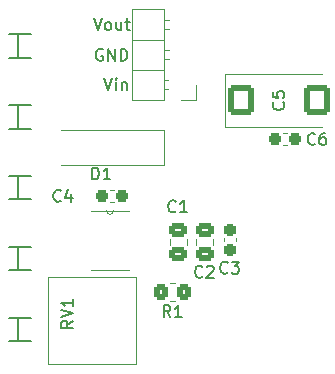
<source format=gto>
G04 #@! TF.GenerationSoftware,KiCad,Pcbnew,(6.0.1)*
G04 #@! TF.CreationDate,2022-06-09T14:01:23-07:00*
G04 #@! TF.ProjectId,Regulator_5V_rev1_2,52656775-6c61-4746-9f72-5f35565f7265,1.2*
G04 #@! TF.SameCoordinates,Original*
G04 #@! TF.FileFunction,Legend,Top*
G04 #@! TF.FilePolarity,Positive*
%FSLAX46Y46*%
G04 Gerber Fmt 4.6, Leading zero omitted, Abs format (unit mm)*
G04 Created by KiCad (PCBNEW (6.0.1)) date 2022-06-09 14:01:23*
%MOMM*%
%LPD*%
G01*
G04 APERTURE LIST*
G04 Aperture macros list*
%AMRoundRect*
0 Rectangle with rounded corners*
0 $1 Rounding radius*
0 $2 $3 $4 $5 $6 $7 $8 $9 X,Y pos of 4 corners*
0 Add a 4 corners polygon primitive as box body*
4,1,4,$2,$3,$4,$5,$6,$7,$8,$9,$2,$3,0*
0 Add four circle primitives for the rounded corners*
1,1,$1+$1,$2,$3*
1,1,$1+$1,$4,$5*
1,1,$1+$1,$6,$7*
1,1,$1+$1,$8,$9*
0 Add four rect primitives between the rounded corners*
20,1,$1+$1,$2,$3,$4,$5,0*
20,1,$1+$1,$4,$5,$6,$7,0*
20,1,$1+$1,$6,$7,$8,$9,0*
20,1,$1+$1,$8,$9,$2,$3,0*%
G04 Aperture macros list end*
%ADD10C,0.150000*%
%ADD11C,0.120000*%
%ADD12RoundRect,0.250000X-0.875000X-1.025000X0.875000X-1.025000X0.875000X1.025000X-0.875000X1.025000X0*%
%ADD13RoundRect,0.237500X-0.300000X-0.237500X0.300000X-0.237500X0.300000X0.237500X-0.300000X0.237500X0*%
%ADD14R,1.778000X0.533400*%
%ADD15R,2.400000X3.099999*%
%ADD16RoundRect,0.250000X-0.475000X0.337500X-0.475000X-0.337500X0.475000X-0.337500X0.475000X0.337500X0*%
%ADD17RoundRect,0.250000X0.350000X0.450000X-0.350000X0.450000X-0.350000X-0.450000X0.350000X-0.450000X0*%
%ADD18R,3.500000X2.700000*%
%ADD19C,1.498600*%
%ADD20RoundRect,0.237500X-0.237500X0.300000X-0.237500X-0.300000X0.237500X-0.300000X0.237500X0.300000X0*%
%ADD21R,1.700000X1.700000*%
%ADD22O,1.700000X1.700000*%
G04 APERTURE END LIST*
D10*
X128000000Y-98900000D02*
X129900000Y-98900000D01*
X128000000Y-74900000D02*
X129900000Y-74900000D01*
X128000000Y-92900000D02*
X129900000Y-92900000D01*
X129900000Y-82900000D02*
X128000000Y-82900000D01*
X129900000Y-94900000D02*
X128000000Y-94900000D01*
X129900000Y-88900000D02*
X128000000Y-88900000D01*
X129900000Y-76900000D02*
X128000000Y-76900000D01*
X128800000Y-98900000D02*
X128800000Y-100900000D01*
X129900000Y-100900000D02*
X128000000Y-100900000D01*
X128000000Y-80900000D02*
X129900000Y-80900000D01*
X128800000Y-86900000D02*
X128800000Y-88900000D01*
X128800000Y-74900000D02*
X128800000Y-76900000D01*
X128800000Y-92900000D02*
X128800000Y-94900000D01*
X128800000Y-80900000D02*
X128800000Y-82900000D01*
X128000000Y-86900000D02*
X129900000Y-86900000D01*
X135176190Y-73552380D02*
X135509523Y-74552380D01*
X135842857Y-73552380D01*
X136319047Y-74552380D02*
X136223809Y-74504761D01*
X136176190Y-74457142D01*
X136128571Y-74361904D01*
X136128571Y-74076190D01*
X136176190Y-73980952D01*
X136223809Y-73933333D01*
X136319047Y-73885714D01*
X136461904Y-73885714D01*
X136557142Y-73933333D01*
X136604761Y-73980952D01*
X136652380Y-74076190D01*
X136652380Y-74361904D01*
X136604761Y-74457142D01*
X136557142Y-74504761D01*
X136461904Y-74552380D01*
X136319047Y-74552380D01*
X137509523Y-73885714D02*
X137509523Y-74552380D01*
X137080952Y-73885714D02*
X137080952Y-74409523D01*
X137128571Y-74504761D01*
X137223809Y-74552380D01*
X137366666Y-74552380D01*
X137461904Y-74504761D01*
X137509523Y-74457142D01*
X137842857Y-73885714D02*
X138223809Y-73885714D01*
X137985714Y-73552380D02*
X137985714Y-74409523D01*
X138033333Y-74504761D01*
X138128571Y-74552380D01*
X138223809Y-74552380D01*
X136076190Y-78652380D02*
X136409523Y-79652380D01*
X136742857Y-78652380D01*
X137076190Y-79652380D02*
X137076190Y-78985714D01*
X137076190Y-78652380D02*
X137028571Y-78700000D01*
X137076190Y-78747619D01*
X137123809Y-78700000D01*
X137076190Y-78652380D01*
X137076190Y-78747619D01*
X137552380Y-78985714D02*
X137552380Y-79652380D01*
X137552380Y-79080952D02*
X137600000Y-79033333D01*
X137695238Y-78985714D01*
X137838095Y-78985714D01*
X137933333Y-79033333D01*
X137980952Y-79128571D01*
X137980952Y-79652380D01*
X135938095Y-76200000D02*
X135842857Y-76152380D01*
X135700000Y-76152380D01*
X135557142Y-76200000D01*
X135461904Y-76295238D01*
X135414285Y-76390476D01*
X135366666Y-76580952D01*
X135366666Y-76723809D01*
X135414285Y-76914285D01*
X135461904Y-77009523D01*
X135557142Y-77104761D01*
X135700000Y-77152380D01*
X135795238Y-77152380D01*
X135938095Y-77104761D01*
X135985714Y-77057142D01*
X135985714Y-76723809D01*
X135795238Y-76723809D01*
X136414285Y-77152380D02*
X136414285Y-76152380D01*
X136985714Y-77152380D01*
X136985714Y-76152380D01*
X137461904Y-77152380D02*
X137461904Y-76152380D01*
X137700000Y-76152380D01*
X137842857Y-76200000D01*
X137938095Y-76295238D01*
X137985714Y-76390476D01*
X138033333Y-76580952D01*
X138033333Y-76723809D01*
X137985714Y-76914285D01*
X137938095Y-77009523D01*
X137842857Y-77104761D01*
X137700000Y-77152380D01*
X137461904Y-77152380D01*
X151233142Y-80684666D02*
X151280761Y-80732285D01*
X151328380Y-80875142D01*
X151328380Y-80970380D01*
X151280761Y-81113238D01*
X151185523Y-81208476D01*
X151090285Y-81256095D01*
X150899809Y-81303714D01*
X150756952Y-81303714D01*
X150566476Y-81256095D01*
X150471238Y-81208476D01*
X150376000Y-81113238D01*
X150328380Y-80970380D01*
X150328380Y-80875142D01*
X150376000Y-80732285D01*
X150423619Y-80684666D01*
X150328380Y-79779904D02*
X150328380Y-80256095D01*
X150804571Y-80303714D01*
X150756952Y-80256095D01*
X150709333Y-80160857D01*
X150709333Y-79922761D01*
X150756952Y-79827523D01*
X150804571Y-79779904D01*
X150899809Y-79732285D01*
X151137904Y-79732285D01*
X151233142Y-79779904D01*
X151280761Y-79827523D01*
X151328380Y-79922761D01*
X151328380Y-80160857D01*
X151280761Y-80256095D01*
X151233142Y-80303714D01*
X153910833Y-84177142D02*
X153863214Y-84224761D01*
X153720357Y-84272380D01*
X153625119Y-84272380D01*
X153482261Y-84224761D01*
X153387023Y-84129523D01*
X153339404Y-84034285D01*
X153291785Y-83843809D01*
X153291785Y-83700952D01*
X153339404Y-83510476D01*
X153387023Y-83415238D01*
X153482261Y-83320000D01*
X153625119Y-83272380D01*
X153720357Y-83272380D01*
X153863214Y-83320000D01*
X153910833Y-83367619D01*
X154767976Y-83272380D02*
X154577500Y-83272380D01*
X154482261Y-83320000D01*
X154434642Y-83367619D01*
X154339404Y-83510476D01*
X154291785Y-83700952D01*
X154291785Y-84081904D01*
X154339404Y-84177142D01*
X154387023Y-84224761D01*
X154482261Y-84272380D01*
X154672738Y-84272380D01*
X154767976Y-84224761D01*
X154815595Y-84177142D01*
X154863214Y-84081904D01*
X154863214Y-83843809D01*
X154815595Y-83748571D01*
X154767976Y-83700952D01*
X154672738Y-83653333D01*
X154482261Y-83653333D01*
X154387023Y-83700952D01*
X154339404Y-83748571D01*
X154291785Y-83843809D01*
X144373333Y-95421142D02*
X144325714Y-95468761D01*
X144182857Y-95516380D01*
X144087619Y-95516380D01*
X143944761Y-95468761D01*
X143849523Y-95373523D01*
X143801904Y-95278285D01*
X143754285Y-95087809D01*
X143754285Y-94944952D01*
X143801904Y-94754476D01*
X143849523Y-94659238D01*
X143944761Y-94564000D01*
X144087619Y-94516380D01*
X144182857Y-94516380D01*
X144325714Y-94564000D01*
X144373333Y-94611619D01*
X144754285Y-94611619D02*
X144801904Y-94564000D01*
X144897142Y-94516380D01*
X145135238Y-94516380D01*
X145230476Y-94564000D01*
X145278095Y-94611619D01*
X145325714Y-94706857D01*
X145325714Y-94802095D01*
X145278095Y-94944952D01*
X144706666Y-95516380D01*
X145325714Y-95516380D01*
X141683333Y-98852380D02*
X141350000Y-98376190D01*
X141111904Y-98852380D02*
X141111904Y-97852380D01*
X141492857Y-97852380D01*
X141588095Y-97900000D01*
X141635714Y-97947619D01*
X141683333Y-98042857D01*
X141683333Y-98185714D01*
X141635714Y-98280952D01*
X141588095Y-98328571D01*
X141492857Y-98376190D01*
X141111904Y-98376190D01*
X142635714Y-98852380D02*
X142064285Y-98852380D01*
X142350000Y-98852380D02*
X142350000Y-97852380D01*
X142254761Y-97995238D01*
X142159523Y-98090476D01*
X142064285Y-98138095D01*
X132391333Y-88997142D02*
X132343714Y-89044761D01*
X132200857Y-89092380D01*
X132105619Y-89092380D01*
X131962761Y-89044761D01*
X131867523Y-88949523D01*
X131819904Y-88854285D01*
X131772285Y-88663809D01*
X131772285Y-88520952D01*
X131819904Y-88330476D01*
X131867523Y-88235238D01*
X131962761Y-88140000D01*
X132105619Y-88092380D01*
X132200857Y-88092380D01*
X132343714Y-88140000D01*
X132391333Y-88187619D01*
X133248476Y-88425714D02*
X133248476Y-89092380D01*
X133010380Y-88044761D02*
X132772285Y-88759047D01*
X133391333Y-88759047D01*
X135061904Y-87202380D02*
X135061904Y-86202380D01*
X135300000Y-86202380D01*
X135442857Y-86250000D01*
X135538095Y-86345238D01*
X135585714Y-86440476D01*
X135633333Y-86630952D01*
X135633333Y-86773809D01*
X135585714Y-86964285D01*
X135538095Y-87059523D01*
X135442857Y-87154761D01*
X135300000Y-87202380D01*
X135061904Y-87202380D01*
X136585714Y-87202380D02*
X136014285Y-87202380D01*
X136300000Y-87202380D02*
X136300000Y-86202380D01*
X136204761Y-86345238D01*
X136109523Y-86440476D01*
X136014285Y-86488095D01*
X133426880Y-99176238D02*
X132950690Y-99509571D01*
X133426880Y-99747666D02*
X132426880Y-99747666D01*
X132426880Y-99366714D01*
X132474500Y-99271476D01*
X132522119Y-99223857D01*
X132617357Y-99176238D01*
X132760214Y-99176238D01*
X132855452Y-99223857D01*
X132903071Y-99271476D01*
X132950690Y-99366714D01*
X132950690Y-99747666D01*
X132426880Y-98890523D02*
X133426880Y-98557190D01*
X132426880Y-98223857D01*
X133426880Y-97366714D02*
X133426880Y-97938142D01*
X133426880Y-97652428D02*
X132426880Y-97652428D01*
X132569738Y-97747666D01*
X132664976Y-97842904D01*
X132712595Y-97938142D01*
X146523333Y-95081142D02*
X146475714Y-95128761D01*
X146332857Y-95176380D01*
X146237619Y-95176380D01*
X146094761Y-95128761D01*
X145999523Y-95033523D01*
X145951904Y-94938285D01*
X145904285Y-94747809D01*
X145904285Y-94604952D01*
X145951904Y-94414476D01*
X145999523Y-94319238D01*
X146094761Y-94224000D01*
X146237619Y-94176380D01*
X146332857Y-94176380D01*
X146475714Y-94224000D01*
X146523333Y-94271619D01*
X146856666Y-94176380D02*
X147475714Y-94176380D01*
X147142380Y-94557333D01*
X147285238Y-94557333D01*
X147380476Y-94604952D01*
X147428095Y-94652571D01*
X147475714Y-94747809D01*
X147475714Y-94985904D01*
X147428095Y-95081142D01*
X147380476Y-95128761D01*
X147285238Y-95176380D01*
X146999523Y-95176380D01*
X146904285Y-95128761D01*
X146856666Y-95081142D01*
X142123333Y-89890642D02*
X142075714Y-89938261D01*
X141932857Y-89985880D01*
X141837619Y-89985880D01*
X141694761Y-89938261D01*
X141599523Y-89843023D01*
X141551904Y-89747785D01*
X141504285Y-89557309D01*
X141504285Y-89414452D01*
X141551904Y-89223976D01*
X141599523Y-89128738D01*
X141694761Y-89033500D01*
X141837619Y-88985880D01*
X141932857Y-88985880D01*
X142075714Y-89033500D01*
X142123333Y-89081119D01*
X143075714Y-89985880D02*
X142504285Y-89985880D01*
X142790000Y-89985880D02*
X142790000Y-88985880D01*
X142694761Y-89128738D01*
X142599523Y-89223976D01*
X142504285Y-89271595D01*
D11*
X146291000Y-78258000D02*
X146291000Y-82778000D01*
X146291000Y-82778000D02*
X154526000Y-82778000D01*
X154526000Y-78258000D02*
X146291000Y-78258000D01*
X151237733Y-84330000D02*
X151530267Y-84330000D01*
X151237733Y-83310000D02*
X151530267Y-83310000D01*
X138144603Y-89865300D02*
X134990897Y-89865300D01*
X134990897Y-94843700D02*
X138144603Y-94843700D01*
X136262950Y-89865300D02*
G75*
G03*
X136872550Y-89865300I304800J0D01*
G01*
X143855000Y-92252748D02*
X143855000Y-92775252D01*
X145325000Y-92252748D02*
X145325000Y-92775252D01*
X142077064Y-97485000D02*
X141622936Y-97485000D01*
X142077064Y-96015000D02*
X141622936Y-96015000D01*
X136573733Y-88130000D02*
X136866267Y-88130000D01*
X136573733Y-89150000D02*
X136866267Y-89150000D01*
X141100000Y-83000000D02*
X132400000Y-83000000D01*
X132400000Y-86000000D02*
X141100000Y-86000000D01*
X141100000Y-86000000D02*
X141100000Y-83000000D01*
X131349320Y-95498000D02*
X131349320Y-102864000D01*
X131349320Y-102864000D02*
X138801680Y-102864000D01*
X131349320Y-95498000D02*
X138801680Y-95498000D01*
X138801680Y-95498000D02*
X138801680Y-102864000D01*
X146180000Y-92167733D02*
X146180000Y-92460267D01*
X147200000Y-92167733D02*
X147200000Y-92460267D01*
X143835000Y-80455000D02*
X142565000Y-80455000D01*
X141125000Y-80515000D02*
X141125000Y-72775000D01*
X138465000Y-72775000D02*
X138465000Y-80515000D01*
X141522071Y-77025000D02*
X141125000Y-77025000D01*
X141522071Y-74485000D02*
X141125000Y-74485000D01*
X141455000Y-78805000D02*
X141125000Y-78805000D01*
X141125000Y-75375000D02*
X138465000Y-75375000D01*
X141125000Y-72775000D02*
X138465000Y-72775000D01*
X143835000Y-79185000D02*
X143835000Y-80455000D01*
X141522071Y-76265000D02*
X141125000Y-76265000D01*
X141522071Y-73725000D02*
X141125000Y-73725000D01*
X141125000Y-77915000D02*
X138465000Y-77915000D01*
X138465000Y-80515000D02*
X141125000Y-80515000D01*
X141455000Y-79565000D02*
X141125000Y-79565000D01*
X141605000Y-92242748D02*
X141605000Y-92765252D01*
X143075000Y-92242748D02*
X143075000Y-92765252D01*
%LPC*%
D12*
X147676000Y-80518000D03*
X154076000Y-80518000D03*
D13*
X150521500Y-83820000D03*
X152246500Y-83820000D03*
D14*
X134002350Y-90449500D03*
X134002350Y-91719500D03*
X134002350Y-92989500D03*
X134002350Y-94259500D03*
X139133150Y-94259500D03*
X139133150Y-92989500D03*
X139133150Y-91719500D03*
X139133150Y-90449500D03*
D15*
X136567750Y-92354500D03*
D16*
X144590000Y-91476500D03*
X144590000Y-93551500D03*
D17*
X142850000Y-96750000D03*
X140850000Y-96750000D03*
D13*
X135857500Y-88640000D03*
X137582500Y-88640000D03*
D18*
X139200000Y-84500000D03*
X132400000Y-84500000D03*
D19*
X135274500Y-96681000D03*
X137774500Y-99181000D03*
X135274500Y-101681000D03*
D20*
X146690000Y-91451500D03*
X146690000Y-93176500D03*
D21*
X142565000Y-79185000D03*
D22*
X142565000Y-76645000D03*
X142565000Y-74105000D03*
D16*
X142340000Y-91466500D03*
X142340000Y-93541500D03*
M02*

</source>
